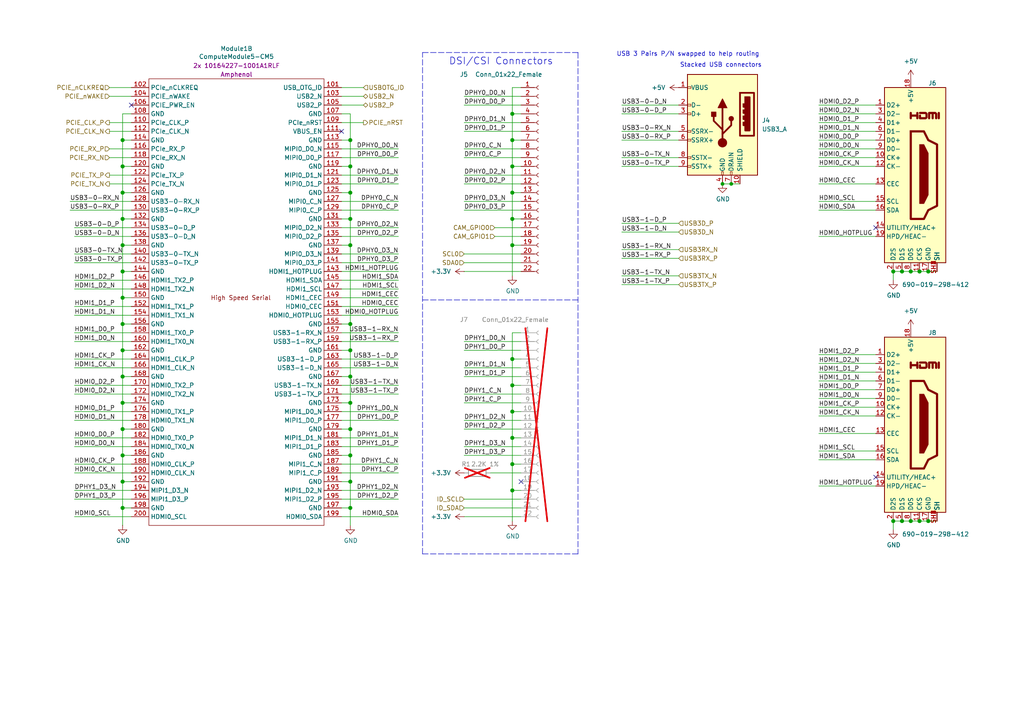
<source format=kicad_sch>
(kicad_sch (version 20231120) (generator "eeschema") (generator_version "8.0")
  (paper "A4")
  (title_block (title "Compute Module 5 IO Board - CM5 - Highspeed") (rev "1") (company "Copyright © 2024 Raspberry Pi Ltd.") (comment 1 "www.raspberrypi.com"))
  (lib_symbols
    (symbol "CM5IO:ComputeModule5-CM5"
      (property "Reference" "Module" (at 113.03 -68.58 0))
      (property "Value" "ComputeModule5-CM5" (at 140.97 2.54 0))
      (property "Field4" "Amphenol" (at 0 0 0))
      (property "Field5" "2x 10164227-1001A1RLF" (at 0 -2.54 0))
      (symbol "ComputeModule5-CM5_1_0"
        (text "GPIO" (at 0 6.35 0) (effects (font (size 1.27 1.27))))
      )
      (symbol "ComputeModule5-CM5_1_1"
        (text "600mA Max" (at -8.89 -53.34 0) (effects (font (size 1.27 1.27))))
        (text "600mA Max" (at -8.89 -48.26 0) (effects (font (size 1.27 1.27))))
        (text "NB SD signals are only available" (at -1.27 -27.94 0) (effects (font (size 1.27 1.27))))
        (text "on modules without eMMC" (at -1.27 -30.48 0) (effects (font (size 1.27 1.27))))
        (pin power_in line (at 27.94 55.88 180) (length 2.54) (name "GND") (number "1"))
        (pin passive line (at -33.02 45.72 0) (length 2.54) (name "Ethernet_Pair0_N") (number "10"))
        (pin passive line (at -33.02 -68.58 0) (length 2.54) (name "CAM_GPIO1") (number "100"))
        (pin passive line (at 27.94 43.18 180) (length 2.54) (name "Ethernet_Pair2_P") (number "11"))
        (pin passive line (at -33.02 43.18 0) (length 2.54) (name "Ethernet_Pair0_P") (number "12"))
        (pin power_in line (at 27.94 40.64 180) (length 2.54) (name "GND") (number "13"))
        (pin power_in line (at -33.02 40.64 0) (length 2.54) (name "GND") (number "14"))
        (pin output line (at 27.94 38.1 180) (length 2.54) (name "Ethernet_nLED3(3.3v)") (number "15"))
        (pin input line (at -33.02 38.1 0) (length 2.54) (name "FAN_TACHO") (number "16"))
        (pin output line (at 27.94 35.56 180) (length 2.54) (name "Ethernet_nLED2(3.3v)") (number "17"))
        (pin input line (at -33.02 35.56 0) (length 2.54) (name "Ethernet_SYNC_OUT(3.3v)") (number "18"))
        (pin output line (at 27.94 33.02 180) (length 2.54) (name "FAN_PWM") (number "19"))
        (pin power_in line (at -33.02 55.88 0) (length 2.54) (name "GND") (number "2"))
        (pin passive line (at -33.02 33.02 0) (length 2.54) (name "EEPROM_nWP") (number "20"))
        (pin open_collector line (at 27.94 30.48 180) (length 2.54) (name "LED_nACT") (number "21"))
        (pin power_in line (at -33.02 30.48 0) (length 2.54) (name "GND") (number "22"))
        (pin power_in line (at 27.94 27.94 180) (length 2.54) (name "GND") (number "23"))
        (pin passive line (at -33.02 27.94 0) (length 2.54) (name "GPIO26") (number "24"))
        (pin passive line (at 27.94 25.4 180) (length 2.54) (name "GPIO21") (number "25"))
        (pin passive line (at -33.02 25.4 0) (length 2.54) (name "GPIO19") (number "26"))
        (pin passive line (at 27.94 22.86 180) (length 2.54) (name "GPIO20") (number "27"))
        (pin passive line (at -33.02 22.86 0) (length 2.54) (name "GPIO13") (number "28"))
        (pin passive line (at 27.94 20.32 180) (length 2.54) (name "GPIO16") (number "29"))
        (pin passive line (at 27.94 53.34 180) (length 2.54) (name "Ethernet_Pair3_P") (number "3"))
        (pin passive line (at -33.02 20.32 0) (length 2.54) (name "GPIO6") (number "30"))
        (pin passive line (at 27.94 17.78 180) (length 2.54) (name "GPIO12") (number "31"))
        (pin power_in line (at -33.02 17.78 0) (length 2.54) (name "GND") (number "32"))
        (pin power_in line (at 27.94 15.24 180) (length 2.54) (name "GND") (number "33"))
        (pin passive line (at -33.02 15.24 0) (length 2.54) (name "GPIO5") (number "34"))
        (pin passive line (at 27.94 12.7 180) (length 2.54) (name "ID_SC") (number "35"))
        (pin passive line (at -33.02 12.7 0) (length 2.54) (name "ID_SD") (number "36"))
        (pin passive line (at 27.94 10.16 180) (length 2.54) (name "GPIO7") (number "37"))
        (pin passive line (at -33.02 10.16 0) (length 2.54) (name "GPIO11") (number "38"))
        (pin passive line (at 27.94 7.62 180) (length 2.54) (name "GPIO8") (number "39"))
        (pin passive line (at -33.02 53.34 0) (length 2.54) (name "Ethernet_Pair1_P") (number "4"))
        (pin passive line (at -33.02 7.62 0) (length 2.54) (name "GPIO9") (number "40"))
        (pin passive line (at 27.94 5.08 180) (length 2.54) (name "GPIO25") (number "41"))
        (pin power_in line (at -33.02 5.08 0) (length 2.54) (name "GND") (number "42"))
        (pin power_in line (at 27.94 2.54 180) (length 2.54) (name "GND") (number "43"))
        (pin passive line (at -33.02 2.54 0) (length 2.54) (name "GPIO10") (number "44"))
        (pin passive line (at 27.94 0 180) (length 2.54) (name "GPIO24") (number "45"))
        (pin passive line (at -33.02 0 0) (length 2.54) (name "GPIO22") (number "46"))
        (pin passive line (at 27.94 -2.54 180) (length 2.54) (name "GPIO23") (number "47"))
        (pin passive line (at -33.02 -2.54 0) (length 2.54) (name "GPIO27") (number "48"))
        (pin passive line (at 27.94 -5.08 180) (length 2.54) (name "GPIO18") (number "49"))
        (pin passive line (at 27.94 50.8 180) (length 2.54) (name "Ethernet_Pair3_N") (number "5"))
        (pin passive line (at -33.02 -5.08 0) (length 2.54) (name "GPIO17") (number "50"))
        (pin passive line (at 27.94 -7.62 180) (length 2.54) (name "GPIO15") (number "51"))
        (pin power_in line (at -33.02 -7.62 0) (length 2.54) (name "GND") (number "52"))
        (pin power_in line (at 27.94 -10.16 180) (length 2.54) (name "GND") (number "53"))
        (pin passive line (at -33.02 -10.16 0) (length 2.54) (name "GPIO4") (number "54"))
        (pin passive line (at 27.94 -12.7 180) (length 2.54) (name "GPIO14") (number "55"))
        (pin passive line (at -33.02 -12.7 0) (length 2.54) (name "GPIO3") (number "56"))
        (pin passive line (at 27.94 -15.24 180) (length 2.54) (name "SD_CLK") (number "57"))
        (pin passive line (at -33.02 -15.24 0) (length 2.54) (name "GPIO2") (number "58"))
        (pin power_in line (at 27.94 -17.78 180) (length 2.54) (name "GND") (number "59"))
        (pin passive line (at -33.02 50.8 0) (length 2.54) (name "Ethernet_Pair1_N") (number "6"))
        (pin power_in line (at -33.02 -17.78 0) (length 2.54) (name "GND") (number "60"))
        (pin passive line (at 27.94 -20.32 180) (length 2.54) (name "SD_DAT3") (number "61"))
        (pin passive line (at -33.02 -20.32 0) (length 2.54) (name "SD_CMD") (number "62"))
        (pin passive line (at 27.94 -22.86 180) (length 2.54) (name "SD_DAT0") (number "63"))
        (pin passive line (at -33.02 -22.86 0) (length 2.54) (name "SD_DAT5") (number "64"))
        (pin power_in line (at 27.94 -25.4 180) (length 2.54) (name "GND") (number "65"))
        (pin power_in line (at -33.02 -25.4 0) (length 2.54) (name "GND") (number "66"))
        (pin passive line (at 27.94 -27.94 180) (length 2.54) (name "SD_DAT1") (number "67"))
        (pin passive line (at -33.02 -27.94 0) (length 2.54) (name "SD_DAT4") (number "68"))
        (pin passive line (at 27.94 -30.48 180) (length 2.54) (name "SD_DAT2") (number "69"))
        (pin power_in line (at 27.94 48.26 180) (length 2.54) (name "GND") (number "7"))
        (pin passive line (at -33.02 -30.48 0) (length 2.54) (name "SD_DAT7") (number "70"))
        (pin power_in line (at 27.94 -33.02 180) (length 2.54) (name "GND") (number "71"))
        (pin passive line (at -33.02 -33.02 0) (length 2.54) (name "SD_DAT6") (number "72"))
        (pin input line (at 27.94 -35.56 180) (length 2.54) (name "SD_VDD_Override") (number "73"))
        (pin power_in line (at -33.02 -35.56 0) (length 2.54) (name "GND") (number "74"))
        (pin output line (at 27.94 -38.1 180) (length 2.54) (name "SD_PWR_ON") (number "75"))
        (pin passive line (at -33.02 -38.1 0) (length 2.54) (name "VBAT") (number "76"))
        (pin power_in line (at 27.94 -40.64 180) (length 2.54) (name "+5v_(Input)") (number "77"))
        (pin power_in line (at -33.02 -40.64 0) (length 2.54) (name "GPIO_VREF(1.8v/3.3v_Input)") (number "78"))
        (pin power_in line (at 27.94 -43.18 180) (length 2.54) (name "+5v_(Input)") (number "79"))
        (pin power_in line (at -33.02 48.26 0) (length 2.54) (name "GND") (number "8"))
        (pin passive line (at -33.02 -43.18 0) (length 2.54) (name "SCL0") (number "80"))
        (pin power_in line (at 27.94 -45.72 180) (length 2.54) (name "+5v_(Input)") (number "81"))
        (pin passive line (at -33.02 -45.72 0) (length 2.54) (name "SDA0") (number "82"))
        (pin power_in line (at 27.94 -48.26 180) (length 2.54) (name "+5v_(Input)") (number "83"))
        (pin power_out line (at -33.02 -48.26 0) (length 2.54) (name "+3.3v_(Output)") (number "84"))
        (pin power_in line (at 27.94 -50.8 180) (length 2.54) (name "+5v_(Input)") (number "85"))
        (pin passive line (at -33.02 -50.8 0) (length 2.54) (name "+3.3v_(Output)") (number "86"))
        (pin power_in line (at 27.94 -53.34 180) (length 2.54) (name "+5v_(Input)") (number "87"))
        (pin power_out line (at -33.02 -53.34 0) (length 2.54) (name "+1.8v_(Output)") (number "88"))
        (pin input line (at 27.94 -55.88 180) (length 2.54) (name "WiFi_nDisable") (number "89"))
        (pin passive line (at 27.94 45.72 180) (length 2.54) (name "Ethernet_Pair2_N") (number "9"))
        (pin passive line (at -33.02 -55.88 0) (length 2.54) (name "+1.8v_(Output)") (number "90"))
        (pin input line (at 27.94 -58.42 180) (length 2.54) (name "BT_nDisable") (number "91"))
        (pin passive line (at -33.02 -58.42 0) (length 2.54) (name "PWR_BUT") (number "92"))
        (pin input line (at 27.94 -60.96 180) (length 2.54) (name "nRPIBOOT") (number "93"))
        (pin passive line (at -33.02 -60.96 0) (length 2.54) (name "CC1") (number "94"))
        (pin output line (at 27.94 -63.5 180) (length 2.54) (name "LED_nPWR") (number "95"))
        (pin passive line (at -33.02 -63.5 0) (length 2.54) (name "CC2") (number "96"))
        (pin passive line (at 27.94 -66.04 180) (length 2.54) (name "CAM_GPIO0") (number "97"))
        (pin power_in line (at -33.02 -66.04 0) (length 2.54) (name "GND") (number "98"))
        (pin input line (at 27.94 -68.58 180) (length 2.54) (name "PMIC_ENABLE") (number "99"))
      )
      (symbol "ComputeModule5-CM5_2_1"
        (text "High Speed Serial" (at 140.97 0 0) (effects (font (size 1.27 1.27))))
        (pin input line (at 170.18 60.96 180) (length 5.08) (name "USB_OTG_ID") (number "101"))
        (pin input line (at 109.22 60.96 0) (length 5.08) (name "PCIe_nCLKREQ") (number "102"))
        (pin passive line (at 170.18 58.42 180) (length 5.08) (name "USB2_N") (number "103"))
        (pin input line (at 109.22 58.42 0) (length 5.08) (name "PCIE_nWAKE") (number "104"))
        (pin passive line (at 170.18 55.88 180) (length 5.08) (name "USB2_P") (number "105"))
        (pin output line (at 109.22 55.88 0) (length 5.08) (name "PCIE_PWR_EN") (number "106"))
        (pin power_in line (at 170.18 53.34 180) (length 5.08) (name "GND") (number "107"))
        (pin power_in line (at 109.22 53.34 0) (length 5.08) (name "GND") (number "108"))
        (pin output line (at 170.18 50.8 180) (length 5.08) (name "PCIe_nRST") (number "109"))
        (pin output line (at 109.22 50.8 0) (length 5.08) (name "PCIe_CLK_P") (number "110"))
        (pin output line (at 170.18 48.26 180) (length 5.08) (name "VBUS_EN") (number "111"))
        (pin output line (at 109.22 48.26 0) (length 5.08) (name "PCIe_CLK_N") (number "112"))
        (pin power_in line (at 170.18 45.72 180) (length 5.08) (name "GND") (number "113"))
        (pin power_in line (at 109.22 45.72 0) (length 5.08) (name "GND") (number "114"))
        (pin input line (at 170.18 43.18 180) (length 5.08) (name "MIPI0_D0_N") (number "115"))
        (pin input line (at 109.22 43.18 0) (length 5.08) (name "PCIe_RX_P") (number "116"))
        (pin input line (at 170.18 40.64 180) (length 5.08) (name "MIPI0_D0_P") (number "117"))
        (pin input line (at 109.22 40.64 0) (length 5.08) (name "PCIe_RX_N") (number "118"))
        (pin power_in line (at 170.18 38.1 180) (length 5.08) (name "GND") (number "119"))
        (pin power_in line (at 109.22 38.1 0) (length 5.08) (name "GND") (number "120"))
        (pin input line (at 170.18 35.56 180) (length 5.08) (name "MIPI0_D1_N") (number "121"))
        (pin output line (at 109.22 35.56 0) (length 5.08) (name "PCIe_TX_P") (number "122"))
        (pin input line (at 170.18 33.02 180) (length 5.08) (name "MIPI0_D1_P") (number "123"))
        (pin output line (at 109.22 33.02 0) (length 5.08) (name "PCIe_TX_N") (number "124"))
        (pin power_in line (at 170.18 30.48 180) (length 5.08) (name "GND") (number "125"))
        (pin power_in line (at 109.22 30.48 0) (length 5.08) (name "GND") (number "126"))
        (pin input line (at 170.18 27.94 180) (length 5.08) (name "MIPI0_C_N") (number "127"))
        (pin input line (at 109.22 27.94 0) (length 5.08) (name "USB3-0-RX_N") (number "128"))
        (pin input line (at 170.18 25.4 180) (length 5.08) (name "MIPI0_C_P") (number "129"))
        (pin input line (at 109.22 25.4 0) (length 5.08) (name "USB3-0-RX_P") (number "130"))
        (pin power_in line (at 170.18 22.86 180) (length 5.08) (name "GND") (number "131"))
        (pin power_in line (at 109.22 22.86 0) (length 5.08) (name "GND") (number "132"))
        (pin input line (at 170.18 20.32 180) (length 5.08) (name "MIPI0_D2_N") (number "133"))
        (pin passive line (at 109.22 20.32 0) (length 5.08) (name "USB3-0-D_P") (number "134"))
        (pin input line (at 170.18 17.78 180) (length 5.08) (name "MIPI0_D2_P") (number "135"))
        (pin passive line (at 109.22 17.78 0) (length 5.08) (name "USB3-0-D_N") (number "136"))
        (pin power_in line (at 170.18 15.24 180) (length 5.08) (name "GND") (number "137"))
        (pin power_in line (at 109.22 15.24 0) (length 5.08) (name "GND") (number "138"))
        (pin input line (at 170.18 12.7 180) (length 5.08) (name "MIPI0_D3_N") (number "139"))
        (pin output line (at 109.22 12.7 0) (length 5.08) (name "USB3-0-TX_N") (number "140"))
        (pin input line (at 170.18 10.16 180) (length 5.08) (name "MIPI0_D3_P") (number "141"))
        (pin output line (at 109.22 10.16 0) (length 5.08) (name "USB3-0-TX_P") (number "142"))
        (pin input line (at 170.18 7.62 180) (length 5.08) (name "HDMI1_HOTPLUG") (number "143"))
        (pin power_in line (at 109.22 7.62 0) (length 5.08) (name "GND") (number "144"))
        (pin bidirectional line (at 170.18 5.08 180) (length 5.08) (name "HDMI1_SDA") (number "145"))
        (pin output line (at 109.22 5.08 0) (length 5.08) (name "HDMI1_TX2_P") (number "146"))
        (pin open_collector line (at 170.18 2.54 180) (length 5.08) (name "HDMI1_SCL") (number "147"))
        (pin output line (at 109.22 2.54 0) (length 5.08) (name "HDMI1_TX2_N") (number "148"))
        (pin open_collector line (at 170.18 0 180) (length 5.08) (name "HDMI1_CEC") (number "149"))
        (pin power_in line (at 109.22 0 0) (length 5.08) (name "GND") (number "150"))
        (pin open_collector line (at 170.18 -2.54 180) (length 5.08) (name "HDMI0_CEC") (number "151"))
        (pin output line (at 109.22 -2.54 0) (length 5.08) (name "HDMI1_TX1_P") (number "152"))
        (pin input line (at 170.18 -5.08 180) (length 5.08) (name "HDMI0_HOTPLUG") (number "153"))
        (pin output line (at 109.22 -5.08 0) (length 5.08) (name "HDMI1_TX1_N") (number "154"))
        (pin power_in line (at 170.18 -7.62 180) (length 5.08) (name "GND") (number "155"))
        (pin power_in line (at 109.22 -7.62 0) (length 5.08) (name "GND") (number "156"))
        (pin input line (at 170.18 -10.16 180) (length 5.08) (name "USB3-1-RX_N") (number "157"))
        (pin output line (at 109.22 -10.16 0) (length 5.08) (name "HDMI1_TX0_P") (number "158"))
        (pin input line (at 170.18 -12.7 180) (length 5.08) (name "USB3-1-RX_P") (number "159"))
        (pin output line (at 109.22 -12.7 0) (length 5.08) (name "HDMI1_TX0_N") (number "160"))
        (pin power_in line (at 170.18 -15.24 180) (length 5.08) (name "GND") (number "161"))
        (pin power_in line (at 109.22 -15.24 0) (length 5.08) (name "GND") (number "162"))
        (pin passive line (at 170.18 -17.78 180) (length 5.08) (name "USB3-1-D_P") (number "163"))
        (pin output line (at 109.22 -17.78 0) (length 5.08) (name "HDMI1_CLK_P") (number "164"))
        (pin passive line (at 170.18 -20.32 180) (length 5.08) (name "USB3-1-D_N") (number "165"))
        (pin output line (at 109.22 -20.32 0) (length 5.08) (name "HDMI1_CLK_N") (number "166"))
        (pin power_in line (at 170.18 -22.86 180) (length 5.08) (name "GND") (number "167"))
        (pin power_in line (at 109.22 -22.86 0) (length 5.08) (name "GND") (number "168"))
        (pin output line (at 170.18 -25.4 180) (length 5.08) (name "USB3-1-TX_N") (number "169"))
        (pin output line (at 109.22 -25.4 0) (length 5.08) (name "HDMI0_TX2_P") (number "170"))
        (pin output line (at 170.18 -27.94 180) (length 5.08) (name "USB3-1-TX_P") (number "171"))
        (pin output line (at 109.22 -27.94 0) (length 5.08) (name "HDMI0_TX2_N") (number "172"))
        (pin power_in line (at 170.18 -30.48 180) (length 5.08) (name "GND") (number "173"))
        (pin power_in line (at 109.22 -30.48 0) (length 5.08) (name "GND") (number "174"))
        (pin output line (at 170.18 -33.02 180) (length 5.08) (name "MIPI1_D0_N") (number "175"))
        (pin output line (at 109.22 -33.02 0) (length 5.08) (name "HDMI0_TX1_P") (number "176"))
        (pin output line (at 170.18 -35.56 180) (length 5.08) (name "MIPI1_D0_P") (number "177"))
        (pin output line (at 109.22 -35.56 0) (length 5.08) (name "HDMI0_TX1_N") (number "178"))
        (pin power_in line (at 170.18 -38.1 180) (length 5.08) (name "GND") (number "179"))
        (pin power_in line (at 109.22 -38.1 0) (length 5.08) (name "GND") (number "180"))
        (pin output line (at 170.18 -40.64 180) (length 5.08) (name "MIPI1_D1_N") (number "181"))
        (pin output line (at 109.22 -40.64 0) (length 5.08) (name "HDMI0_TX0_P") (number "182"))
        (pin output line (at 170.18 -43.18 180) (length 5.08) (name "MIPI1_D1_P") (number "183"))
        (pin output line (at 109.22 -43.18 0) (length 5.08) (name "HDMI0_TX0_N") (number "184"))
        (pin power_in line (at 170.18 -45.72 180) (length 5.08) (name "GND") (number "185"))
        (pin power_in line (at 109.22 -45.72 0) (length 5.08) (name "GND") (number "186"))
        (pin output line (at 170.18 -48.26 180) (length 5.08) (name "MIPI1_C_N") (number "187"))
        (pin output line (at 109.22 -48.26 0) (length 5.08) (name "HDMI0_CLK_P") (number "188"))
        (pin output line (at 170.18 -50.8 180) (length 5.08) (name "MIPI1_C_P") (number "189"))
        (pin output line (at 109.22 -50.8 0) (length 5.08) (name "HDMI0_CLK_N") (number "190"))
        (pin power_in line (at 170.18 -53.34 180) (length 5.08) (name "GND") (number "191"))
        (pin power_in line (at 109.22 -53.34 0) (length 5.08) (name "GND") (number "192"))
        (pin output line (at 170.18 -55.88 180) (length 5.08) (name "MIPI1_D2_N") (number "193"))
        (pin output line (at 109.22 -55.88 0) (length 5.08) (name "MIPI1_D3_N") (number "194"))
        (pin output line (at 170.18 -58.42 180) (length 5.08) (name "MIPI1_D2_P") (number "195"))
        (pin output line (at 109.22 -58.42 0) (length 5.08) (name "MIPI1_D3_P") (number "196"))
        (pin power_in line (at 170.18 -60.96 180) (length 5.08) (name "GND") (number "197"))
        (pin power_in line (at 109.22 -60.96 0) (length 5.08) (name "GND") (number "198"))
        (pin bidirectional line (at 170.18 -63.5 180) (length 5.08) (name "HDMI0_SDA") (number "199"))
        (pin open_collector line (at 109.22 -63.5 0) (length 5.08) (name "HDMI0_SCL") (number "200"))
      )
    )
    (symbol "CM5IO:HDMI_A_1.4"
      (property "Reference" "J" (at -6.35 26.67 0))
      (property "Value" "HDMI_A_1.4" (at 10.16 26.67 0))
      (symbol "HDMI_A_1.4_0_0"
        (pin passive line (at 7.62 -27.94 90) (length 2.54) (name "SH") (number "SH2"))
        (pin passive line (at 7.62 -27.94 90) (length 2.54) (name "SH") (number "SH3"))
        (pin passive line (at 7.62 -27.94 90) (length 2.54) (name "SH") (number "SH4"))
      )
      (symbol "HDMI_A_1.4_1_1"
        (pin passive line (at -10.16 20.32 0) (length 2.54) (name "D2+") (number "1"))
        (pin passive line (at -10.16 5.08 0) (length 2.54) (name "CK+") (number "10"))
        (pin power_in line (at 2.54 -27.94 90) (length 2.54) (name "CKS") (number "11"))
        (pin passive line (at -10.16 2.54 0) (length 2.54) (name "CK-") (number "12"))
        (pin bidirectional line (at -10.16 -2.54 0) (length 2.54) (name "CEC") (number "13"))
        (pin passive line (at -10.16 -15.24 0) (length 2.54) (name "UTILITY/HEAC+") (number "14"))
        (pin passive line (at -10.16 -7.62 0) (length 2.54) (name "SCL") (number "15"))
        (pin bidirectional line (at -10.16 -10.16 0) (length 2.54) (name "SDA") (number "16"))
        (pin power_in line (at 5.08 -27.94 90) (length 2.54) (name "GND") (number "17"))
        (pin power_in line (at 0 27.94 270) (length 2.54) (name "+5V") (number "18"))
        (pin passive line (at -10.16 -17.78 0) (length 2.54) (name "HPD/HEAC-") (number "19"))
        (pin power_in line (at -5.08 -27.94 90) (length 2.54) (name "D2S") (number "2"))
        (pin passive line (at -10.16 17.78 0) (length 2.54) (name "D2-") (number "3"))
        (pin passive line (at -10.16 15.24 0) (length 2.54) (name "D1+") (number "4"))
        (pin power_in line (at -2.54 -27.94 90) (length 2.54) (name "D1S") (number "5"))
        (pin passive line (at -10.16 12.7 0) (length 2.54) (name "D1-") (number "6"))
        (pin passive line (at -10.16 10.16 0) (length 2.54) (name "D0+") (number "7"))
        (pin power_in line (at 0 -27.94 90) (length 2.54) (name "D0S") (number "8"))
        (pin passive line (at -10.16 7.62 0) (length 2.54) (name "D0-") (number "9"))
        (pin passive line (at 7.62 -27.94 90) (length 2.54) (name "SH") (number "SH1"))
      )
    )
    (symbol "Connector:Conn_01x22_Socket" (pin_names (offset 1.016) hide)
      (property "Reference" "J" (at 0 27.94 0))
      (property "Value" "Conn_01x22_Socket" (at 0 -30.48 0))
      (symbol "Conn_01x22_Socket_1_1"
        (pin passive line (at -5.08 25.4 0) (length 3.81) (name "Pin_1") (number "1"))
        (pin passive line (at -5.08 2.54 0) (length 3.81) (name "Pin_10") (number "10"))
        (pin passive line (at -5.08 0 0) (length 3.81) (name "Pin_11") (number "11"))
        (pin passive line (at -5.08 -2.54 0) (length 3.81) (name "Pin_12") (number "12"))
        (pin passive line (at -5.08 -5.08 0) (length 3.81) (name "Pin_13") (number "13"))
        (pin passive line (at -5.08 -7.62 0) (length 3.81) (name "Pin_14") (number "14"))
        (pin passive line (at -5.08 -10.16 0) (length 3.81) (name "Pin_15") (number "15"))
        (pin passive line (at -5.08 -12.7 0) (length 3.81) (name "Pin_16") (number "16"))
        (pin passive line (at -5.08 -15.24 0) (length 3.81) (name "Pin_17") (number "17"))
        (pin passive line (at -5.08 -17.78 0) (length 3.81) (name "Pin_18") (number "18"))
        (pin passive line (at -5.08 -20.32 0) (length 3.81) (name "Pin_19") (number "19"))
        (pin passive line (at -5.08 22.86 0) (length 3.81) (name "Pin_2") (number "2"))
        (pin passive line (at -5.08 -22.86 0) (length 3.81) (name "Pin_20") (number "20"))
        (pin passive line (at -5.08 -25.4 0) (length 3.81) (name "Pin_21") (number "21"))
        (pin passive line (at -5.08 -27.94 0) (length 3.81) (name "Pin_22") (number "22"))
        (pin passive line (at -5.08 20.32 0) (length 3.81) (name "Pin_3") (number "3"))
        (pin passive line (at -5.08 17.78 0) (length 3.81) (name "Pin_4") (number "4"))
        (pin passive line (at -5.08 15.24 0) (length 3.81) (name "Pin_5") (number "5"))
        (pin passive line (at -5.08 12.7 0) (length 3.81) (name "Pin_6") (number "6"))
        (pin passive line (at -5.08 10.16 0) (length 3.81) (name "Pin_7") (number "7"))
        (pin passive line (at -5.08 7.62 0) (length 3.81) (name "Pin_8") (number "8"))
        (pin passive line (at -5.08 5.08 0) (length 3.81) (name "Pin_9") (number "9"))
      )
    )
    (symbol "Connector:USB3_A" (pin_names (offset 1.016))
      (property "Reference" "J" (at -10.16 15.24 0))
      (property "Value" "USB3_A" (at 10.16 15.24 0))
      (symbol "USB3_A_1_1"
        (pin power_in line (at 12.7 10.16 180) (length 2.54) (name "VBUS") (number "1"))
        (pin passive line (at -5.08 -17.78 90) (length 2.54) (name "SHIELD") (number "10"))
        (pin bidirectional line (at 12.7 5.08 180) (length 2.54) (name "D-") (number "2"))
        (pin bidirectional line (at 12.7 2.54 180) (length 2.54) (name "D+") (number "3"))
        (pin power_in line (at 0 -17.78 90) (length 2.54) (name "GND") (number "4"))
        (pin output line (at 12.7 -2.54 180) (length 2.54) (name "SSRX-") (number "5"))
        (pin output line (at 12.7 -5.08 180) (length 2.54) (name "SSRX+") (number "6"))
        (pin passive line (at -2.54 -17.78 90) (length 2.54) (name "DRAIN") (number "7"))
        (pin input line (at 12.7 -10.16 180) (length 2.54) (name "SSTX-") (number "8"))
        (pin input line (at 12.7 -12.7 180) (length 2.54) (name "SSTX+") (number "9"))
      )
    )
    (symbol "Device:R" (pin_numbers hide) (pin_names (offset 0))
      (property "Reference" "R" (at 2.032 0 90))
      (property "Value" "R" (at 0 0 90))
      (symbol "R_1_1"
        (pin passive line (at 0 3.81 270) (length 1.27) (name "~") (number "1"))
        (pin passive line (at 0 -3.81 90) (length 1.27) (name "~") (number "2"))
      )
    )
    (symbol "power:+3.3V" (power) (pin_numbers hide) (pin_names (offset 0) hide)
      (property "Value" "+3.3V" (at 0 3.556 0))
      (symbol "+3.3V_1_1"
        (pin power_in line (at 0 0 90) (length 0) (name "~") (number "1"))
      )
    )
    (symbol "power:+5V" (power) (pin_numbers hide) (pin_names (offset 0) hide)
      (property "Value" "+5V" (at 0 3.556 0))
      (symbol "+5V_1_1"
        (pin power_in line (at 0 0 90) (length 0) (name "~") (number "1"))
      )
    )
    (symbol "power:GND" (power) (pin_numbers hide) (pin_names (offset 0) hide)
      (property "Value" "GND" (at 0 -3.81 0))
      (symbol "GND_1_1"
        (pin power_in line (at 0 0 270) (length 0) (name "~") (number "1"))
      )
    )
  )
  (junction (at 148.59 33.02) (diameter 1.016))
  (junction (at 35.56 147.32) (diameter 1.016))
  (junction (at 35.56 132.08) (diameter 1.016))
  (junction (at 148.59 119.38) (diameter 1.016))
  (junction (at 101.6 132.08) (diameter 1.016))
  (junction (at 35.56 71.12) (diameter 1.016))
  (junction (at 101.6 55.88) (diameter 1.016))
  (junction (at 209.55 53.34))
  (junction (at 212.09 53.34))
  (junction (at 266.7 78.74) (diameter 1.016))
  (junction (at 148.59 142.24) (diameter 1.016))
  (junction (at 148.59 134.62) (diameter 1.016))
  (junction (at 101.6 147.32) (diameter 1.016))
  (junction (at 35.56 40.64) (diameter 1.016))
  (junction (at 148.59 104.14) (diameter 1.016))
  (junction (at 101.6 40.64) (diameter 1.016))
  (junction (at 148.59 55.88) (diameter 1.016))
  (junction (at 35.56 55.88) (diameter 1.016))
  (junction (at 101.6 101.6) (diameter 1.016))
  (junction (at 101.6 124.46) (diameter 1.016))
  (junction (at 269.24 78.74) (diameter 1.016))
  (junction (at 148.59 48.26) (diameter 1.016))
  (junction (at 35.56 78.74) (diameter 1.016))
  (junction (at 101.6 116.84) (diameter 1.016))
  (junction (at 148.59 127) (diameter 1.016))
  (junction (at 35.56 48.26) (diameter 1.016))
  (junction (at 266.7 151.13) (diameter 1.016))
  (junction (at 101.6 63.5) (diameter 1.016))
  (junction (at 259.08 78.74) (diameter 1.016))
  (junction (at 261.62 151.13) (diameter 1.016))
  (junction (at 101.6 48.26) (diameter 1.016))
  (junction (at 35.56 139.7) (diameter 1.016))
  (junction (at 101.6 139.7) (diameter 1.016))
  (junction (at 148.59 63.5) (diameter 1.016))
  (junction (at 101.6 93.98) (diameter 1.016))
  (junction (at 35.56 101.6) (diameter 1.016))
  (junction (at 261.62 78.74) (diameter 1.016))
  (junction (at 259.08 151.13) (diameter 1.016))
  (junction (at 35.56 116.84) (diameter 1.016))
  (junction (at 35.56 86.36) (diameter 1.016))
  (junction (at 264.16 151.13) (diameter 1.016))
  (junction (at 101.6 71.12) (diameter 1.016))
  (junction (at 101.6 109.22) (diameter 1.016))
  (junction (at 35.56 63.5) (diameter 1.016))
  (junction (at 264.16 78.74) (diameter 1.016))
  (junction (at 148.59 111.76) (diameter 1.016))
  (junction (at 35.56 93.98) (diameter 1.016))
  (junction (at 269.24 151.13) (diameter 1.016))
  (junction (at 148.59 40.64) (diameter 1.016))
  (junction (at 148.59 71.12) (diameter 1.016))
  (junction (at 35.56 124.46) (diameter 1.016))
  (junction (at 35.56 109.22) (diameter 1.016))
  (no_connect (at 99.06 38.1))
  (no_connect (at 254 66.04))
  (no_connect (at 151.13 139.7))
  (no_connect (at 254 138.43))
  (no_connect (at 38.1 30.48))
  (wire (pts (xy 134.62 109.22) (xy 151.13 109.22)))
  (wire (pts (xy 180.34 67.31) (xy 196.85 67.31)))
  (wire (pts (xy 99.06 144.78) (xy 115.57 144.78)))
  (wire (pts (xy 237.49 107.95) (xy 254 107.95)))
  (wire (pts (xy 21.59 111.76) (xy 38.1 111.76)))
  (wire (pts (xy 21.59 142.24) (xy 38.1 142.24)))
  (wire (pts (xy 261.62 78.74) (xy 264.16 78.74)))
  (wire (pts (xy 148.59 40.64) (xy 148.59 48.26)))
  (wire (pts (xy 35.56 63.5) (xy 35.56 71.12)))
  (wire (pts (xy 35.56 139.7) (xy 35.56 147.32)))
  (wire (pts (xy 35.56 33.02) (xy 35.56 40.64)))
  (wire (pts (xy 35.56 86.36) (xy 35.56 93.98)))
  (wire (pts (xy 237.49 68.58) (xy 254 68.58)))
  (wire (pts (xy 21.59 119.38) (xy 38.1 119.38)))
  (wire (pts (xy 35.56 71.12) (xy 35.56 78.74)))
  (wire (pts (xy 35.56 101.6) (xy 35.56 109.22)))
  (wire (pts (xy 101.6 48.26) (xy 101.6 40.64)))
  (wire (pts (xy 134.62 132.08) (xy 151.13 132.08)))
  (wire (pts (xy 99.06 30.48) (xy 105.41 30.48)))
  (wire (pts (xy 35.56 86.36) (xy 38.1 86.36)))
  (wire (pts (xy 148.59 104.14) (xy 148.59 111.76)))
  (wire (pts (xy 148.59 63.5) (xy 151.13 63.5)))
  (wire (pts (xy 148.59 33.02) (xy 148.59 40.64)))
  (wire (pts (xy 35.56 109.22) (xy 35.56 116.84)))
  (wire (pts (xy 35.56 48.26) (xy 35.56 55.88)))
  (wire (pts (xy 35.56 132.08) (xy 38.1 132.08)))
  (wire (pts (xy 101.6 71.12) (xy 101.6 63.5)))
  (wire (pts (xy 237.49 53.34) (xy 254 53.34)))
  (wire (pts (xy 99.06 119.38) (xy 115.57 119.38)))
  (wire (pts (xy 266.7 78.74) (xy 269.24 78.74)))
  (polyline (pts (xy 167.64 15.24) (xy 167.64 160.655)) (stroke (width 0) (type dash)))
  (wire (pts (xy 31.75 38.1) (xy 38.1 38.1)))
  (wire (pts (xy 35.56 109.22) (xy 38.1 109.22)))
  (wire (pts (xy 38.1 147.32) (xy 35.56 147.32)))
  (wire (pts (xy 148.59 55.88) (xy 148.59 63.5)))
  (wire (pts (xy 99.06 101.6) (xy 101.6 101.6)))
  (wire (pts (xy 99.06 99.06) (xy 115.57 99.06)))
  (wire (pts (xy 148.59 48.26) (xy 151.13 48.26)))
  (wire (pts (xy 35.56 55.88) (xy 35.56 63.5)))
  (wire (pts (xy 21.59 114.3) (xy 38.1 114.3)))
  (wire (pts (xy 237.49 60.96) (xy 254 60.96)))
  (wire (pts (xy 31.75 27.94) (xy 38.1 27.94)))
  (wire (pts (xy 180.34 48.26) (xy 196.85 48.26)))
  (wire (pts (xy 269.24 151.13) (xy 271.78 151.13)))
  (wire (pts (xy 99.06 40.64) (xy 101.6 40.64)))
  (wire (pts (xy 134.62 99.06) (xy 151.13 99.06)))
  (wire (pts (xy 151.13 73.66) (xy 134.62 73.66)))
  (wire (pts (xy 21.59 73.66) (xy 38.1 73.66)))
  (wire (pts (xy 21.59 127) (xy 38.1 127)))
  (wire (pts (xy 21.59 66.04) (xy 38.1 66.04)))
  (wire (pts (xy 101.6 124.46) (xy 101.6 132.08)))
  (wire (pts (xy 148.59 96.52) (xy 148.59 104.14)))
  (wire (pts (xy 237.49 130.81) (xy 254 130.81)))
  (wire (pts (xy 99.06 149.86) (xy 115.57 149.86)))
  (wire (pts (xy 180.34 74.93) (xy 196.85 74.93)))
  (wire (pts (xy 237.49 133.35) (xy 254 133.35)))
  (wire (pts (xy 237.49 43.18) (xy 254 43.18)))
  (wire (pts (xy 101.6 116.84) (xy 101.6 124.46)))
  (wire (pts (xy 134.62 114.3) (xy 151.13 114.3)))
  (wire (pts (xy 99.06 86.36) (xy 115.57 86.36)))
  (wire (pts (xy 21.59 129.54) (xy 38.1 129.54)))
  (wire (pts (xy 99.06 78.74) (xy 115.57 78.74)))
  (wire (pts (xy 259.08 151.13) (xy 259.08 153.67)))
  (wire (pts (xy 21.59 76.2) (xy 38.1 76.2)))
  (wire (pts (xy 237.49 110.49) (xy 254 110.49)))
  (wire (pts (xy 101.6 147.32) (xy 101.6 152.4)))
  (wire (pts (xy 99.06 50.8) (xy 115.57 50.8)))
  (wire (pts (xy 38.1 43.18) (xy 31.75 43.18)))
  (wire (pts (xy 99.06 76.2) (xy 115.57 76.2)))
  (wire (pts (xy 99.06 132.08) (xy 101.6 132.08)))
  (wire (pts (xy 259.08 78.74) (xy 259.08 81.28)))
  (wire (pts (xy 31.75 53.34) (xy 38.1 53.34)))
  (wire (pts (xy 148.59 119.38) (xy 148.59 127)))
  (wire (pts (xy 237.49 40.64) (xy 254 40.64)))
  (wire (pts (xy 99.06 88.9) (xy 115.57 88.9)))
  (wire (pts (xy 180.34 33.02) (xy 196.85 33.02)))
  (wire (pts (xy 237.49 140.97) (xy 254 140.97)))
  (wire (pts (xy 142.24 137.16) (xy 151.13 137.16)))
  (wire (pts (xy 35.56 63.5) (xy 38.1 63.5)))
  (wire (pts (xy 180.34 40.64) (xy 196.85 40.64)))
  (wire (pts (xy 143.51 68.58) (xy 151.13 68.58)))
  (wire (pts (xy 148.59 134.62) (xy 151.13 134.62)))
  (wire (pts (xy 99.06 48.26) (xy 101.6 48.26)))
  (wire (pts (xy 134.62 58.42) (xy 151.13 58.42)))
  (wire (pts (xy 180.34 72.39) (xy 196.85 72.39)))
  (wire (pts (xy 21.59 99.06) (xy 38.1 99.06)))
  (wire (pts (xy 134.62 35.56) (xy 151.13 35.56)))
  (wire (pts (xy 151.13 147.32) (xy 134.62 147.32)))
  (wire (pts (xy 134.62 106.68) (xy 151.13 106.68)))
  (wire (pts (xy 237.49 105.41) (xy 254 105.41)))
  (wire (pts (xy 38.1 45.72) (xy 31.75 45.72)))
  (wire (pts (xy 101.6 93.98) (xy 101.6 101.6)))
  (wire (pts (xy 134.62 53.34) (xy 151.13 53.34)))
  (wire (pts (xy 134.62 38.1) (xy 151.13 38.1)))
  (wire (pts (xy 35.56 116.84) (xy 35.56 124.46)))
  (wire (pts (xy 21.59 83.82) (xy 38.1 83.82)))
  (wire (pts (xy 35.56 40.64) (xy 38.1 40.64)))
  (polyline (pts (xy 122.555 86.995) (xy 167.64 86.995)) (stroke (width 0) (type dash)))
  (wire (pts (xy 38.1 139.7) (xy 35.56 139.7)))
  (wire (pts (xy 180.34 38.1) (xy 196.85 38.1)))
  (wire (pts (xy 151.13 149.86) (xy 134.62 149.86)))
  (wire (pts (xy 99.06 73.66) (xy 115.57 73.66)))
  (wire (pts (xy 148.59 111.76) (xy 148.59 119.38)))
  (wire (pts (xy 99.06 45.72) (xy 115.57 45.72)))
  (wire (pts (xy 21.59 134.62) (xy 38.1 134.62)))
  (wire (pts (xy 134.62 129.54) (xy 151.13 129.54)))
  (wire (pts (xy 237.49 38.1) (xy 254 38.1)))
  (wire (pts (xy 148.59 127) (xy 151.13 127)))
  (wire (pts (xy 212.09 53.34) (xy 214.63 53.34)))
  (wire (pts (xy 148.59 25.4) (xy 148.59 33.02)))
  (wire (pts (xy 264.16 78.74) (xy 266.7 78.74)))
  (wire (pts (xy 35.56 124.46) (xy 38.1 124.46)))
  (wire (pts (xy 99.06 68.58) (xy 115.57 68.58)))
  (wire (pts (xy 99.06 55.88) (xy 101.6 55.88)))
  (wire (pts (xy 148.59 71.12) (xy 151.13 71.12)))
  (wire (pts (xy 148.59 142.24) (xy 148.59 151.13)))
  (wire (pts (xy 99.06 58.42) (xy 115.57 58.42)))
  (wire (pts (xy 148.59 119.38) (xy 151.13 119.38)))
  (wire (pts (xy 99.06 116.84) (xy 101.6 116.84)))
  (wire (pts (xy 99.06 93.98) (xy 101.6 93.98)))
  (wire (pts (xy 148.59 71.12) (xy 148.59 80.01)))
  (wire (pts (xy 31.75 35.56) (xy 38.1 35.56)))
  (wire (pts (xy 101.6 139.7) (xy 101.6 147.32)))
  (wire (pts (xy 101.6 55.88) (xy 101.6 48.26)))
  (wire (pts (xy 31.75 25.4) (xy 38.1 25.4)))
  (wire (pts (xy 180.34 80.01) (xy 196.85 80.01)))
  (wire (pts (xy 148.59 134.62) (xy 148.59 142.24)))
  (wire (pts (xy 134.62 60.96) (xy 151.13 60.96)))
  (wire (pts (xy 99.06 134.62) (xy 115.57 134.62)))
  (wire (pts (xy 237.49 113.03) (xy 254 113.03)))
  (wire (pts (xy 99.06 91.44) (xy 115.57 91.44)))
  (wire (pts (xy 259.08 151.13) (xy 261.62 151.13)))
  (wire (pts (xy 31.75 50.8) (xy 38.1 50.8)))
  (wire (pts (xy 134.62 121.92) (xy 151.13 121.92)))
  (wire (pts (xy 151.13 78.74) (xy 134.62 78.74)))
  (wire (pts (xy 99.06 66.04) (xy 115.57 66.04)))
  (wire (pts (xy 237.49 30.48) (xy 254 30.48)))
  (wire (pts (xy 21.59 88.9) (xy 38.1 88.9)))
  (wire (pts (xy 134.62 27.94) (xy 151.13 27.94)))
  (wire (pts (xy 151.13 96.52) (xy 148.59 96.52)))
  (wire (pts (xy 101.6 109.22) (xy 101.6 116.84)))
  (wire (pts (xy 99.06 43.18) (xy 115.57 43.18)))
  (wire (pts (xy 38.1 106.68) (xy 21.59 106.68)))
  (wire (pts (xy 35.56 93.98) (xy 38.1 93.98)))
  (wire (pts (xy 261.62 151.13) (xy 264.16 151.13)))
  (wire (pts (xy 35.56 116.84) (xy 38.1 116.84)))
  (wire (pts (xy 134.62 50.8) (xy 151.13 50.8)))
  (wire (pts (xy 99.06 63.5) (xy 101.6 63.5)))
  (wire (pts (xy 38.1 33.02) (xy 35.56 33.02)))
  (polyline (pts (xy 122.555 15.24) (xy 168.148 15.24)) (stroke (width 0) (type dash)))
  (wire (pts (xy 237.49 102.87) (xy 254 102.87)))
  (wire (pts (xy 21.59 144.78) (xy 38.1 144.78)))
  (wire (pts (xy 237.49 115.57) (xy 254 115.57)))
  (wire (pts (xy 99.06 142.24) (xy 115.57 142.24)))
  (wire (pts (xy 151.13 144.78) (xy 134.62 144.78)))
  (wire (pts (xy 148.59 40.64) (xy 151.13 40.64)))
  (wire (pts (xy 35.56 71.12) (xy 38.1 71.12)))
  (wire (pts (xy 35.56 124.46) (xy 35.56 132.08)))
  (wire (pts (xy 99.06 60.96) (xy 115.57 60.96)))
  (wire (pts (xy 99.06 127) (xy 115.57 127)))
  (wire (pts (xy 180.34 30.48) (xy 196.85 30.48)))
  (wire (pts (xy 35.56 101.6) (xy 38.1 101.6)))
  (wire (pts (xy 237.49 125.73) (xy 254 125.73)))
  (wire (pts (xy 148.59 33.02) (xy 151.13 33.02)))
  (wire (pts (xy 20.32 60.96) (xy 38.1 60.96)))
  (wire (pts (xy 269.24 78.74) (xy 271.78 78.74)))
  (wire (pts (xy 264.16 151.13) (xy 266.7 151.13)))
  (wire (pts (xy 180.34 45.72) (xy 196.85 45.72)))
  (wire (pts (xy 99.06 124.46) (xy 101.6 124.46)))
  (wire (pts (xy 237.49 120.65) (xy 254 120.65)))
  (wire (pts (xy 148.59 104.14) (xy 151.13 104.14)))
  (wire (pts (xy 35.56 55.88) (xy 38.1 55.88)))
  (wire (pts (xy 99.06 96.52) (xy 115.57 96.52)))
  (wire (pts (xy 21.59 96.52) (xy 38.1 96.52)))
  (wire (pts (xy 21.59 149.86) (xy 38.1 149.86)))
  (wire (pts (xy 134.62 30.48) (xy 151.13 30.48)))
  (wire (pts (xy 99.06 109.22) (xy 101.6 109.22)))
  (wire (pts (xy 266.7 151.13) (xy 269.24 151.13)))
  (wire (pts (xy 151.13 25.4) (xy 148.59 25.4)))
  (wire (pts (xy 237.49 45.72) (xy 254 45.72)))
  (wire (pts (xy 99.06 81.28) (xy 115.57 81.28)))
  (wire (pts (xy 143.51 66.04) (xy 151.13 66.04)))
  (wire (pts (xy 99.06 53.34) (xy 115.57 53.34)))
  (wire (pts (xy 259.08 78.74) (xy 261.62 78.74)))
  (wire (pts (xy 21.59 91.44) (xy 38.1 91.44)))
  (wire (pts (xy 35.56 132.08) (xy 35.56 139.7)))
  (wire (pts (xy 134.62 101.6) (xy 151.13 101.6)))
  (wire (pts (xy 99.06 129.54) (xy 115.57 129.54)))
  (wire (pts (xy 99.06 27.94) (xy 105.41 27.94)))
  (wire (pts (xy 20.32 58.42) (xy 38.1 58.42)))
  (wire (pts (xy 101.6 40.64) (xy 101.6 33.02)))
  (wire (pts (xy 148.59 48.26) (xy 148.59 55.88)))
  (wire (pts (xy 101.6 63.5) (xy 101.6 55.88)))
  (wire (pts (xy 99.06 104.14) (xy 115.57 104.14)))
  (wire (pts (xy 21.59 104.14) (xy 38.1 104.14)))
  (wire (pts (xy 151.13 76.2) (xy 134.62 76.2)))
  (wire (pts (xy 237.49 58.42) (xy 254 58.42)))
  (wire (pts (xy 99.06 106.68) (xy 115.57 106.68)))
  (wire (pts (xy 35.56 78.74) (xy 38.1 78.74)))
  (wire (pts (xy 101.6 132.08) (xy 101.6 139.7)))
  (wire (pts (xy 35.56 48.26) (xy 38.1 48.26)))
  (wire (pts (xy 99.06 35.56) (xy 105.41 35.56)))
  (wire (pts (xy 99.06 121.92) (xy 115.57 121.92)))
  (wire (pts (xy 101.6 71.12) (xy 101.6 93.98)))
  (wire (pts (xy 134.62 43.18) (xy 151.13 43.18)))
  (wire (pts (xy 35.56 93.98) (xy 35.56 101.6)))
  (wire (pts (xy 148.59 142.24) (xy 151.13 142.24)))
  (wire (pts (xy 99.06 71.12) (xy 101.6 71.12)))
  (polyline (pts (xy 122.555 160.655) (xy 122.555 15.24)) (stroke (width 0) (type dash)))
  (wire (pts (xy 21.59 68.58) (xy 38.1 68.58)))
  (wire (pts (xy 99.06 114.3) (xy 115.57 114.3)))
  (wire (pts (xy 101.6 33.02) (xy 99.06 33.02)))
  (wire (pts (xy 21.59 81.28) (xy 38.1 81.28)))
  (wire (pts (xy 148.59 63.5) (xy 148.59 71.12)))
  (wire (pts (xy 101.6 101.6) (xy 101.6 109.22)))
  (wire (pts (xy 21.59 121.92) (xy 38.1 121.92)))
  (wire (pts (xy 99.06 83.82) (xy 115.57 83.82)))
  (wire (pts (xy 35.56 78.74) (xy 35.56 86.36)))
  (wire (pts (xy 35.56 147.32) (xy 35.56 152.4)))
  (wire (pts (xy 148.59 127) (xy 148.59 134.62)))
  (wire (pts (xy 99.06 147.32) (xy 101.6 147.32)))
  (wire (pts (xy 134.62 116.84) (xy 151.13 116.84)))
  (wire (pts (xy 35.56 40.64) (xy 35.56 48.26)))
  (wire (pts (xy 148.59 55.88) (xy 151.13 55.88)))
  (wire (pts (xy 99.06 139.7) (xy 101.6 139.7)))
  (wire (pts (xy 237.49 33.02) (xy 254 33.02)))
  (wire (pts (xy 148.59 111.76) (xy 151.13 111.76)))
  (wire (pts (xy 209.55 53.34) (xy 212.09 53.34)))
  (wire (pts (xy 180.34 64.77) (xy 196.85 64.77)))
  (wire (pts (xy 21.59 137.16) (xy 38.1 137.16)))
  (wire (pts (xy 237.49 35.56) (xy 254 35.56)))
  (polyline (pts (xy 167.64 160.655) (xy 122.555 160.655)) (stroke (width 0) (type dash)))
  (wire (pts (xy 237.49 48.26) (xy 254 48.26)))
  (wire (pts (xy 180.34 82.55) (xy 196.85 82.55)))
  (wire (pts (xy 134.62 124.46) (xy 151.13 124.46)))
  (wire (pts (xy 99.06 137.16) (xy 115.57 137.16)))
  (wire (pts (xy 134.62 45.72) (xy 151.13 45.72)))
  (wire (pts (xy 99.06 111.76) (xy 115.57 111.76)))
  (wire (pts (xy 105.41 25.4) (xy 99.06 25.4)))
  (wire (pts (xy 237.49 118.11) (xy 254 118.11)))
  (text "USB 3 Pairs P/N swapped to help routing" (at 178.816 16.51 0) (effects (font (size 1.27 1.27)) (justify left bottom)))
  (text "DSI/CSI Connectors" (at 130.175 19.05 0) (effects (font (size 2.0066 2.0066)) (justify left bottom)))
  (text "Stacked USB connectors" (at 220.98 19.685 0) (effects (font (size 1.27 1.27)) (justify right bottom)))
  (label "HDMI0_D1_N" (at 21.59 121.92 0))
  (label "DPHY1_D3_P" (at 21.59 144.78 0))
  (label "DPHY0_D1_P" (at 115.57 53.34 180))
  (label "USB3-0-TX_N" (at 180.34 45.72 0))
  (label "DPHY0_D2_N" (at 134.62 50.8 0))
  (label "HDMI1_CEC" (at 115.57 86.36 180))
  (label "HDMI0_CK_N" (at 237.49 48.26 0))
  (label "USB3-1-D_N" (at 115.57 106.68 180))
  (label "USB3-1-D_N" (at 180.34 67.31 0))
  (label "HDMI0_D2_N" (at 237.49 33.02 0))
  (label "HDMI0_D1_N" (at 237.49 38.1 0))
  (label "DPHY0_D0_P" (at 115.57 45.72 180))
  (label "DPHY1_D1_P" (at 134.62 109.22 0))
  (label "HDMI0_D0_P" (at 237.49 40.64 0))
  (label "DPHY1_C_N" (at 115.57 134.62 180))
  (label "DPHY1_C_N" (at 134.62 114.3 0))
  (label "USB3-0-RX_P" (at 180.34 40.64 0))
  (label "DPHY0_D0_N" (at 134.62 27.94 0))
  (label "DPHY1_D3_N" (at 134.62 129.54 0))
  (label "HDMI1_D1_P" (at 21.59 88.9 0))
  (label "USB3-0-D_N" (at 21.59 68.58 0))
  (label "HDMI0_D2_P" (at 21.59 111.76 0))
  (label "USB3-0-RX_N" (at 180.34 38.1 0))
  (label "DPHY1_D2_N" (at 115.57 142.24 180))
  (label "HDMI1_SDA" (at 237.49 133.35 0))
  (label "USB3-0-D_P" (at 180.34 33.02 0))
  (label "HDMI1_D1_P" (at 237.49 107.95 0))
  (label "USB3-0-TX_N" (at 21.59 73.66 0))
  (label "USB3-1-TX_P" (at 115.57 114.3 180))
  (label "HDMI1_D0_P" (at 237.49 113.03 0))
  (label "HDMI0_CK_P" (at 21.59 134.62 0))
  (label "USB3-1-RX_P" (at 115.57 99.06 180))
  (label "HDMI1_D0_P" (at 21.59 96.52 0))
  (label "USB3-0-TX_P" (at 21.59 76.2 0))
  (label "DPHY0_D3_P" (at 115.57 76.2 180))
  (label "DPHY1_D2_P" (at 134.62 124.46 0))
  (label "DPHY1_D0_P" (at 134.62 101.6 0))
  (label "USB3-0-RX_N" (at 20.32 58.42 0))
  (label "DPHY0_D0_P" (at 134.62 30.48 0))
  (label "USB3-1-TX_N" (at 115.57 111.76 180))
  (label "HDMI1_D2_N" (at 21.59 83.82 0))
  (label "DPHY0_C_P" (at 115.57 60.96 180))
  (label "DPHY1_C_P" (at 115.57 137.16 180))
  (label "HDMI0_CK_N" (at 21.59 137.16 0))
  (label "HDMI1_CK_P" (at 237.49 118.11 0))
  (label "HDMI0_CEC" (at 115.57 88.9 180))
  (label "HDMI0_D2_N" (at 21.59 114.3 0))
  (label "HDMI0_D0_N" (at 237.49 43.18 0))
  (label "DPHY1_D3_P" (at 134.62 132.08 0))
  (label "HDMI1_D0_N" (at 21.59 99.06 0))
  (label "HDMI0_HOTPLUG" (at 237.49 68.58 0))
  (label "USB3-1-RX_P" (at 180.34 74.93 0))
  (label "DPHY1_D1_N" (at 115.57 127 180))
  (label "DPHY1_D0_N" (at 134.62 99.06 0))
  (label "DPHY0_D2_N" (at 115.57 66.04 180))
  (label "HDMI0_D1_P" (at 21.59 119.38 0))
  (label "DPHY0_D3_N" (at 115.57 73.66 180))
  (label "HDMI0_D0_P" (at 21.59 127 0))
  (label "DPHY0_C_N" (at 134.62 43.18 0))
  (label "DPHY1_D2_N" (at 134.62 121.92 0))
  (label "USB3-1-TX_N" (at 180.34 80.01 0))
  (label "DPHY0_D2_P" (at 115.57 68.58 180))
  (label "HDMI1_D1_N" (at 237.49 110.49 0))
  (label "HDMI1_D1_N" (at 21.59 91.44 0))
  (label "HDMI1_HOTPLUG" (at 237.49 140.97 0))
  (label "DPHY0_D2_P" (at 134.62 53.34 0))
  (label "HDMI0_D2_P" (at 237.49 30.48 0))
  (label "DPHY0_D1_N" (at 115.57 50.8 180))
  (label "DPHY0_D3_P" (at 134.62 60.96 0))
  (label "HDMI1_CK_P" (at 21.59 104.14 0))
  (label "DPHY0_D1_N" (at 134.62 35.56 0))
  (label "DPHY0_D3_N" (at 134.62 58.42 0))
  (label "USB3-1-RX_N" (at 180.34 72.39 0))
  (label "USB3-1-RX_N" (at 115.57 96.52 180))
  (label "HDMI1_HOTPLUG" (at 115.57 78.74 180))
  (label "HDMI1_SCL" (at 115.57 83.82 180))
  (label "HDMI1_D2_N" (at 237.49 105.41 0))
  (label "USB3-0-D_P" (at 21.59 66.04 0))
  (label "HDMI1_D2_P" (at 237.49 102.87 0))
  (label "HDMI1_D0_N" (at 237.49 115.57 0))
  (label "HDMI0_SCL" (at 21.59 149.86 0))
  (label "DPHY1_D0_N" (at 115.57 119.38 180))
  (label "HDMI1_CK_N" (at 237.49 120.65 0))
  (label "DPHY1_D0_P" (at 115.57 121.92 180))
  (label "DPHY0_D1_P" (at 134.62 38.1 0))
  (label "HDMI1_CEC" (at 237.49 125.73 0))
  (label "HDMI0_CK_P" (at 237.49 45.72 0))
  (label "DPHY1_D1_N" (at 134.62 106.68 0))
  (label "DPHY1_D2_P" (at 115.57 144.78 180))
  (label "USB3-0-RX_P" (at 20.32 60.96 0))
  (label "DPHY1_D1_P" (at 115.57 129.54 180))
  (label "HDMI1_D2_P" (at 21.59 81.28 0))
  (label "HDMI0_HOTPLUG" (at 115.57 91.44 180))
  (label "HDMI0_CEC" (at 237.49 53.34 0))
  (label "DPHY0_D0_N" (at 115.57 43.18 180))
  (label "HDMI0_SDA" (at 237.49 60.96 0))
  (label "DPHY0_C_P" (at 134.62 45.72 0))
  (label "HDMI0_D1_P" (at 237.49 35.56 0))
  (label "USB3-1-D_P" (at 180.34 64.77 0))
  (label "USB3-0-D_N" (at 180.34 30.48 0))
  (label "HDMI0_SCL" (at 237.49 58.42 0))
  (label "HDMI0_D0_N" (at 21.59 129.54 0))
  (label "HDMI0_SDA" (at 115.57 149.86 180))
  (label "DPHY1_C_P" (at 134.62 116.84 0))
  (label "HDMI1_SCL" (at 237.49 130.81 0))
  (label "HDMI1_CK_N" (at 21.59 106.68 0))
  (label "DPHY0_C_N" (at 115.57 58.42 180))
  (label "DPHY1_D3_N" (at 21.59 142.24 0))
  (label "USB3-0-TX_P" (at 180.34 48.26 0))
  (label "USB3-1-D_P" (at 115.57 104.14 180))
  (label "USB3-1-TX_P" (at 180.34 82.55 0))
  (label "HDMI1_SDA" (at 115.57 81.28 180))
  (hierarchical_label "USBOTG_ID" (shape input) (at 105.41 25.4 0))
  (hierarchical_label "USB3TX_P" (shape input) (at 196.85 82.55 0))
  (hierarchical_label "USB3D_P" (shape input) (at 196.85 64.77 0))
  (hierarchical_label "PCIE_CLK_P" (shape output) (at 31.75 35.56 180))
  (hierarchical_label "USB3TX_N" (shape input) (at 196.85 80.01 0))
  (hierarchical_label "CAM_GPIO0" (shape input) (at 143.51 66.04 180))
  (hierarchical_label "PCIE_RX_N" (shape input) (at 31.75 45.72 180))
  (hierarchical_label "SCL0" (shape input) (at 134.62 73.66 180))
  (hierarchical_label "PCIE_nCLKREQ" (shape input) (at 31.75 25.4 180))
  (hierarchical_label "PCIE_RX_P" (shape input) (at 31.75 43.18 180))
  (hierarchical_label "USB2_P" (shape bidirectional) (at 105.41 30.48 0))
  (hierarchical_label "USB3D_N" (shape input) (at 196.85 67.31 0))
  (hierarchical_label "USB2_N" (shape bidirectional) (at 105.41 27.94 0))
  (hierarchical_label "USB3RX_N" (shape input) (at 196.85 72.39 0))
  (hierarchical_label "PCIE_TX_P" (shape output) (at 31.75 50.8 180))
  (hierarchical_label "ID_SCL" (shape input) (at 134.62 144.78 180))
  (hierarchical_label "ID_SDA" (shape input) (at 134.62 147.32 180))
  (hierarchical_label "PCIE_nWAKE" (shape input) (at 31.75 27.94 180))
  (hierarchical_label "PCIE_CLK_N" (shape output) (at 31.75 38.1 180))
  (hierarchical_label "PCIE_nRST" (shape output) (at 105.41 35.56 0))
  (hierarchical_label "USB3RX_P" (shape input) (at 196.85 74.93 0))
  (hierarchical_label "CAM_GPIO1" (shape input) (at 143.51 68.58 180))
  (hierarchical_label "PCIE_TX_N" (shape output) (at 31.75 53.34 180))
  (hierarchical_label "SDA0" (shape input) (at 134.62 76.2 180))
  (symbol (lib_id "power:GND") (at 259.08 81.28 0) (unit 1)
    (property "Reference" "#PWR07" (effects (hide yes)))
    (property "Value" "GND" (at 259.207 85.6742 0))
    (property "Description" "Power symbol creates a global label with name \"GND\" , ground" (effects (hide yes)))
  )
  (symbol (lib_id "power:GND") (at 259.08 153.67 0) (unit 1)
    (property "Reference" "#PWR014" (effects (hide yes)))
    (property "Value" "GND" (at 259.207 158.0642 0))
    (property "Description" "Power symbol creates a global label with name \"GND\" , ground" (effects (hide yes)))
  )
  (symbol (lib_id "power:GND") (at 101.6 152.4 0) (unit 1)
    (property "Reference" "#PWR013" (effects (hide yes)))
    (property "Value" "GND" (at 101.727 156.7942 0))
    (property "Description" "Power symbol creates a global label with name \"GND\" , ground" (effects (hide yes)))
  )
  (symbol (lib_id "power:GND") (at 35.56 152.4 0) (unit 1)
    (property "Reference" "#PWR012" (effects (hide yes)))
    (property "Value" "GND" (at 35.687 156.7942 0))
    (property "Description" "Power symbol creates a global label with name \"GND\" , ground" (effects (hide yes)))
  )
  (symbol (lib_id "power:GND") (at 148.59 80.01 0) (unit 1)
    (property "Reference" "#PWR06" (effects (hide yes)))
    (property "Value" "GND" (at 148.717 84.4042 0))
    (property "Description" "Power symbol creates a global label with name \"GND\" , ground" (effects (hide yes)))
  )
  (symbol (lib_id "power:GND") (at 148.59 151.13 0) (unit 1)
    (property "Reference" "#PWR011" (effects (hide yes)))
    (property "Value" "GND" (at 148.717 155.5242 0))
    (property "Description" "Power symbol creates a global label with name \"GND\" , ground" (effects (hide yes)))
  )
  (symbol (lib_id "Connector:Conn_01x22_Socket") (at 156.21 50.8 0) (unit 1)
    (property "Reference" "J5" (at 133.35 21.59 0) (effects (justify left)))
    (property "Value" "Conn_01x22_Female" (at 137.795 21.59 0) (effects (justify left)))
    (property "Footprint" "CM5IO:Hirose_FH12-22S-0.5SH_1x22-1MP_P0.50mm_Horizontal" (effects (hide yes)))
    (property "Datasheet" "https://www.hirose.com/product/document?clcode=&productname=&series=FH12&documenttype=Catalog&lang=en&documentid=D31648_en" (effects (hide yes)))
    (property "Field4" "Mouser" (effects (hide yes)))
    (property "Field5" "798-FH12-22S-0.5SH55" (effects (hide yes)))
    (property "Field6" "FH12-22S-0.5SH55" (effects (hide yes)))
    (property "Field7" "Hirose" (effects (hide yes)))
    (property "Part Description" "22 Position FFC, FPC Connector Contacts, Bottom 0.020\" (0.50mm) Surface Mount, Right Angle" (effects (hide yes)))
  )
  (symbol (lib_id "Connector:Conn_01x22_Socket") (at 156.21 121.92 0) (unit 1) (on_board no) (dnp yes)
    (property "Reference" "J7" (at 133.35 92.71 0) (effects (justify left)))
    (property "Value" "Conn_01x22_Female" (at 139.7 92.71 0) (effects (justify left)))
    (property "Footprint" "CM5IO:Hirose_FH12-22S-0.5SH_1x22-1MP_P0.50mm_Horizontal" (effects (hide yes)))
    (property "Datasheet" "https://www.hirose.com/product/document?clcode=&productname=&series=FH12&documenttype=Catalog&lang=en&documentid=D31648_en" (effects (hide yes)))
    (property "Field4" "Mouser" (effects (hide yes)))
    (property "Field5" "798-FH12-22S-0.5SH55" (effects (hide yes)))
    (property "Field6" "FH12-22S-0.5SH55" (effects (hide yes)))
    (property "Field7" "Hirose" (effects (hide yes)))
    (property "Part Description" "22 Position FFC, FPC Connector Contacts, Bottom 0.020\" (0.50mm) Surface Mount, Right Angle" (effects (hide yes)))
  )
  (symbol (lib_id "CM5IO:HDMI_A_1.4") (at 264.16 50.8 0) (unit 1)
    (property "Reference" "J6" (at 269.24 24.13 0) (effects (justify left)))
    (property "Value" "690-019-298-412" (at 261.62 82.55 0) (effects (justify left)))
    (property "Footprint" "CM5IO:EDAC 690-019-298-412" (effects (hide yes)))
    (property "Datasheet" "https://www.tme.eu/Document/f15dffbcfad8545e17826f72d36911c8/206A-SEAN-R03.pdf" (effects (hide yes)))
    (property "Field4" "Farnell" (effects (hide yes)))
    (property "Field5" "2614936" (effects (hide yes)))
    (property "Field6" "690-019-298-412" (effects (hide yes)))
    (property "Field7" "EDAC" (effects (hide yes)))
    (property "Part Description" "HDMI Connector, Right Angle, 19 Contacts, Receptacle, Surface Mount, Surface Mount Right Angle" (effects (hide yes)))
    (property "Field8" "UCON00802" (effects (hide yes)))
  )
  (symbol (lib_id "CM5IO:HDMI_A_1.4") (at 264.16 123.19 0) (unit 1)
    (property "Reference" "J8" (at 269.24 96.52 0) (effects (justify left)))
    (property "Value" "690-019-298-412" (at 261.62 154.94 0) (effects (justify left)))
    (property "Footprint" "CM5IO:EDAC 690-019-298-412" (effects (hide yes)))
    (property "Datasheet" "https://www.tme.eu/Document/f15dffbcfad8545e17826f72d36911c8/206A-SEAN-R03.pdf" (effects (hide yes)))
    (property "Field4" "Farnell" (effects (hide yes)))
    (property "Field5" "2614936" (effects (hide yes)))
    (property "Field6" "690-019-298-412" (effects (hide yes)))
    (property "Field7" "EDAC" (effects (hide yes)))
    (property "Part Description" "HDMI Connector, Right Angle, 19 Contacts, Receptacle, Surface Mount, Surface Mount Right Angle" (effects (hide yes)))
    (property "Field8" "UCON00802" (effects (hide yes)))
  )
  (symbol (lib_id "CM5IO:ComputeModule5-CM5") (at -71.12 86.36 0) (unit 2)
    (property "Reference" "Module1" (at 68.58 14.097 0))
    (property "Value" "ComputeModule5-CM5" (at 68.58 16.4084 0))
    (property "Footprint" "CM5IO:Raspberry-Pi-5-Compute-Module" (effects (hide yes)))
    (property "Description" "RaspberryPi Compute module 5" (effects (hide yes)))
    (property "Field4" "Amphenol" (at 68.58 21.59 0))
    (property "Field5" "2x 10164227-1001A1RLF" (at 68.58 19.05 0))
    (property "Field6" "2x 10164227-1001A1RLF" (effects (hide yes)))
    (property "Field7" "Hirose" (effects (hide yes)))
    (property "Part Description" "	100 Position Connector Receptacle, Center Strip Contacts Surface Mount Gold" (effects (hide yes)))
  )
  (symbol (lib_id "Connector:USB3_A") (at 209.55 35.56 0) (mirror y) (unit 1)
    (property "Reference" "J4" (at 220.98 34.9249 0) (effects (justify right)))
    (property "Value" "USB3_A" (at 220.98 37.4649 0) (effects (justify right)))
    (property "Footprint" "Connector_USB:USB3_A_Molex_48393-001" (effects (hide yes)))
    (property "Description" "USB 3.0 A connector" (effects (hide yes)))
  )
  (symbol (lib_id "power:+5V") (at 264.16 95.25 0) (unit 1)
    (property "Reference" "#PWR08" (effects (hide yes)))
    (property "Value" "+5V" (at 264.16 90.17 0))
    (property "Description" "Power symbol creates a global label with name \"+5V\"" (effects (hide yes)))
  )
  (symbol (lib_id "power:+5V") (at 264.16 22.86 0) (unit 1)
    (property "Reference" "#PWR02" (effects (hide yes)))
    (property "Value" "+5V" (at 264.16 17.78 0))
    (property "Description" "Power symbol creates a global label with name \"+5V\"" (effects (hide yes)))
  )
  (symbol (lib_id "Device:R") (at 138.43 137.16 90) (unit 1) (on_board no) (dnp yes)
    (property "Reference" "R1" (at 136.525 134.62 90) (effects (justify left)))
    (property "Value" "2.2K 1%" (at 144.78 134.62 90) (effects (justify left)))
    (property "Footprint" "Resistor_SMD:R_0603_1608Metric_Pad0.98x0.95mm_HandSolder" (effects (hide yes)))
    (property "Datasheet" "https://fscdn.rohm.com/en/products/databook/datasheet/passive/resistor/chip_resistor/mcr-e.pdf" (effects (hide yes)))
    (property "Field4" "Farnell" (effects (hide yes)))
    (property "Part Description" "Resistor 2.2K M1005 1% 63mW" (effects (hide yes)))
  )
  (symbol (lib_id "power:+3.3V") (at 134.62 78.74 90) (unit 1)
    (property "Reference" "#PWR05" (effects (hide yes)))
    (property "Value" "+3.3V" (at 130.81 78.7399 90) (effects (justify left)))
    (property "Description" "Power symbol creates a global label with name \"+3.3V\"" (effects (hide yes)))
  )
  (symbol (lib_id "power:+3.3V") (at 134.62 149.86 90) (unit 1)
    (property "Reference" "#PWR010" (effects (hide yes)))
    (property "Value" "+3.3V" (at 130.81 149.8599 90) (effects (justify left)))
    (property "Description" "Power symbol creates a global label with name \"+3.3V\"" (effects (hide yes)))
  )
  (symbol (lib_id "power:+3.3V") (at 134.62 137.16 90) (unit 1)
    (property "Reference" "#PWR09" (effects (hide yes)))
    (property "Value" "+3.3V" (at 130.81 137.1599 90) (effects (justify left)))
    (property "Description" "Power symbol creates a global label with name \"+3.3V\"" (effects (hide yes)))
  )
  (symbol (lib_id "power:GND") (at 209.55 53.34 0) (unit 1)
    (property "Reference" "#PWR04" (effects (hide yes)))
    (property "Value" "GND" (at 209.677 57.7342 0))
    (property "Description" "Power symbol creates a global label with name \"GND\" , ground" (effects (hide yes)))
  )
  (symbol (lib_id "power:+5V") (at 196.85 25.4 90) (unit 1)
    (property "Reference" "#PWR03" (effects (hide yes)))
    (property "Value" "+5V" (at 193.04 25.3999 90) (effects (justify left)))
    (property "Description" "Power symbol creates a global label with name \"+5V\"" (effects (hide yes)))
  )
)
</source>
